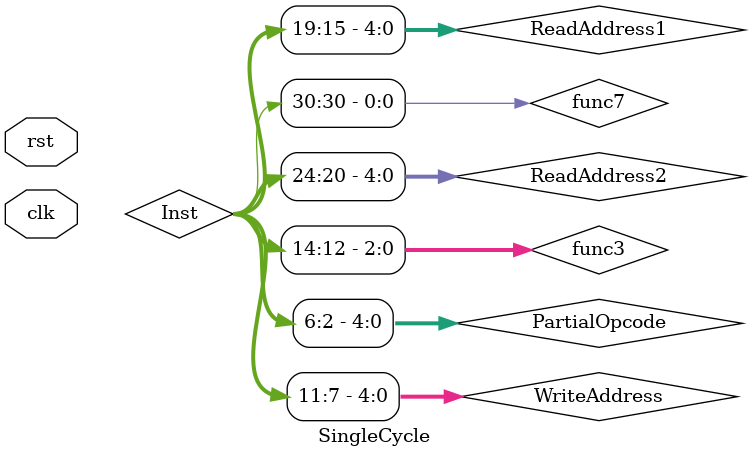
<source format=v>
`timescale 1ns / 1ps


module SingleCycle(input clk,rst);
wire loadPC;
wire Branch;
wire [31:0] PCIn;
 wire [31:0] PCOut;
 wire [31:0] Inst;
 wire Branch;
 wire MemRead;
 wire MemtoReg;
 wire MemWrite;
 wire ALUSrc;
 wire RegWrite;
 wire [1:0] ALUOp;
 wire [31:0]gen_out;
 wire [2:0] func3;
 wire func7;
 wire [3:0] ALUsel;
 wire [31:0] ShiftOut;
 wire [4:0] ReadAddress1;
wire [4:0] ReadAddress2;
wire [4:0] WriteAddress;
wire [31:0] WriteData;
wire [31:0] ReadData1;
wire [31:0] ReadData2;
wire [4:0] PartialOpcode;
wire [31:0] ALUin;
wire [31:0] ALU_Result;
wire [5:0] DataMemIn;
wire [31:0] DataMemOut;
wire [31:0] BranchAdderOut;
wire [31:0] NormalAdderOut;
wire PCsel;
assign ReadAddress1 =   Inst[19:15];
assign ReadAddress2 =   Inst[24:20];
assign WriteAddress = Inst[11:7];
assign DataMemIn = ALU_Result[7:2];
assign func7 = Inst [30];
assign func3 = Inst[14:12];
wire ZFlag;
assign PartialOpcode = Inst[6:2];
wire [5:0] InstIn;
assign InstIn = PCOut [7:2]; 
Register #(32) PC (clk,rst,1'b1, PCIn,PCOut);
InstMem Mem(InstIn,Inst);
ControlUnit control (PartialOpcode,  Branch, MemRead, MemtoReg, MemWrite, ALUSrc, RegWrite, ALUOp);
ImmGen  Gen(gen_out,  Inst);
ALU_ControlUnit CU(ALUOp, func3,  func7 , ALUsel);
Shift_Left #(32) Shift(gen_out , ShiftOut );
RegisterFile RF  ( clk, rst, ReadAddress1,  ReadAddress2,  WriteAddress,  WriteData,  RegWrite, ReadData1,  ReadData2);
Mux  ALUinMux (gen_out, ReadData2, ALUSrc, ALUin);
ALU  OurALU( ReadData1, ALUin, ALUsel,ALU_Result,ZFlag);
DataMem DMem(clk, MemRead, MemWrite,DataMemIn, ReadData2,DataMemOut);
Mux MemtoRegMux (DataMemOut, ALU_Result, MemtoReg, WriteData);
assign BranchAdderOut = ShiftOut + PCOut;
assign NormalAdderOut = PCOut +4;
assign PCsel = Branch & ZFlag;
Mux PCMux (BranchAdderOut,NormalAdderOut, PCsel, PCIn);

endmodule

</source>
